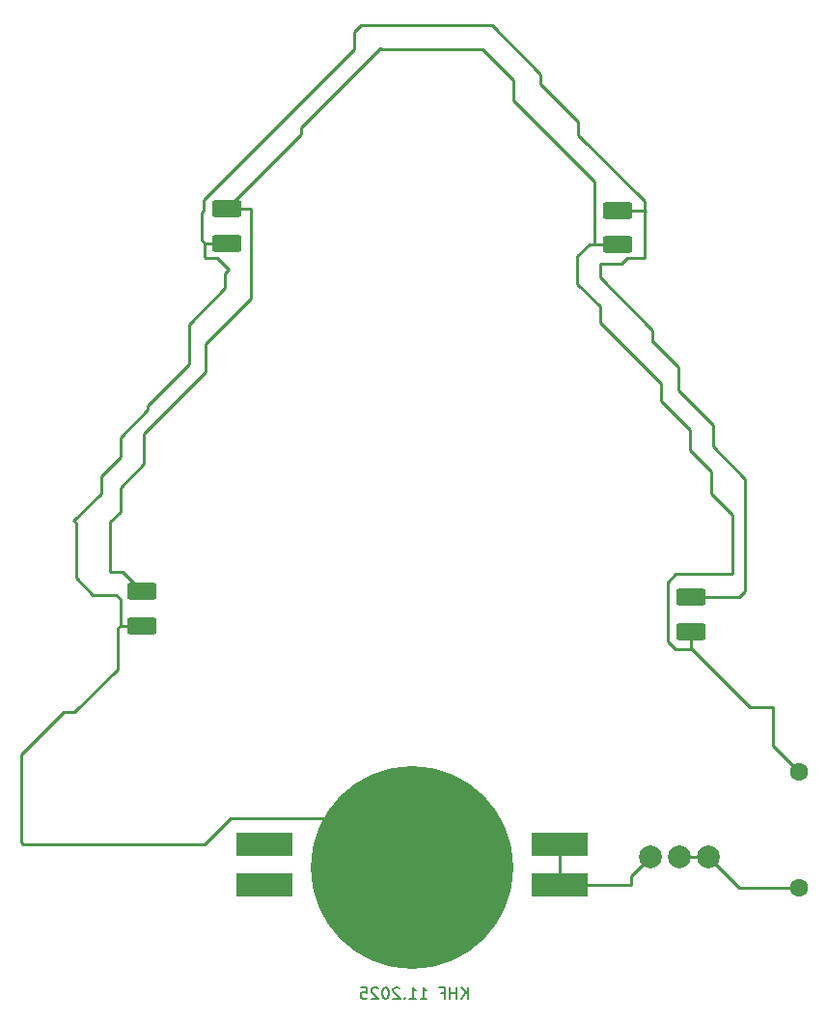
<source format=gbr>
%TF.GenerationSoftware,KiCad,Pcbnew,9.0.6*%
%TF.CreationDate,2025-12-01T09:21:34+01:00*%
%TF.ProjectId,BL_Santa,424c5f53-616e-4746-912e-6b696361645f,rev?*%
%TF.SameCoordinates,Original*%
%TF.FileFunction,Copper,L2,Bot*%
%TF.FilePolarity,Positive*%
%FSLAX46Y46*%
G04 Gerber Fmt 4.6, Leading zero omitted, Abs format (unit mm)*
G04 Created by KiCad (PCBNEW 9.0.6) date 2025-12-01 09:21:34*
%MOMM*%
%LPD*%
G01*
G04 APERTURE LIST*
G04 Aperture macros list*
%AMRoundRect*
0 Rectangle with rounded corners*
0 $1 Rounding radius*
0 $2 $3 $4 $5 $6 $7 $8 $9 X,Y pos of 4 corners*
0 Add a 4 corners polygon primitive as box body*
4,1,4,$2,$3,$4,$5,$6,$7,$8,$9,$2,$3,0*
0 Add four circle primitives for the rounded corners*
1,1,$1+$1,$2,$3*
1,1,$1+$1,$4,$5*
1,1,$1+$1,$6,$7*
1,1,$1+$1,$8,$9*
0 Add four rect primitives between the rounded corners*
20,1,$1+$1,$2,$3,$4,$5,0*
20,1,$1+$1,$4,$5,$6,$7,0*
20,1,$1+$1,$6,$7,$8,$9,0*
20,1,$1+$1,$8,$9,$2,$3,0*%
G04 Aperture macros list end*
%ADD10C,0.150000*%
%TA.AperFunction,NonConductor*%
%ADD11C,0.150000*%
%TD*%
%TA.AperFunction,SMDPad,CuDef*%
%ADD12RoundRect,0.250000X-1.050000X0.500000X-1.050000X-0.500000X1.050000X-0.500000X1.050000X0.500000X0*%
%TD*%
%TA.AperFunction,SMDPad,CuDef*%
%ADD13R,5.000000X2.000000*%
%TD*%
%TA.AperFunction,SMDPad,CuDef*%
%ADD14C,17.780000*%
%TD*%
%TA.AperFunction,ComponentPad*%
%ADD15C,2.000000*%
%TD*%
%TA.AperFunction,ComponentPad*%
%ADD16C,1.600000*%
%TD*%
%TA.AperFunction,Conductor*%
%ADD17C,0.250000*%
%TD*%
G04 APERTURE END LIST*
D10*
D11*
X124013220Y-142399819D02*
X124013220Y-141399819D01*
X123441792Y-142399819D02*
X123870363Y-141828390D01*
X123441792Y-141399819D02*
X124013220Y-141971247D01*
X123013220Y-142399819D02*
X123013220Y-141399819D01*
X123013220Y-141876009D02*
X122441792Y-141876009D01*
X122441792Y-142399819D02*
X122441792Y-141399819D01*
X121632268Y-141876009D02*
X121965601Y-141876009D01*
X121965601Y-142399819D02*
X121965601Y-141399819D01*
X121965601Y-141399819D02*
X121489411Y-141399819D01*
X119822744Y-142399819D02*
X120394172Y-142399819D01*
X120108458Y-142399819D02*
X120108458Y-141399819D01*
X120108458Y-141399819D02*
X120203696Y-141542676D01*
X120203696Y-141542676D02*
X120298934Y-141637914D01*
X120298934Y-141637914D02*
X120394172Y-141685533D01*
X118870363Y-142399819D02*
X119441791Y-142399819D01*
X119156077Y-142399819D02*
X119156077Y-141399819D01*
X119156077Y-141399819D02*
X119251315Y-141542676D01*
X119251315Y-141542676D02*
X119346553Y-141637914D01*
X119346553Y-141637914D02*
X119441791Y-141685533D01*
X118441791Y-142304580D02*
X118394172Y-142352200D01*
X118394172Y-142352200D02*
X118441791Y-142399819D01*
X118441791Y-142399819D02*
X118489410Y-142352200D01*
X118489410Y-142352200D02*
X118441791Y-142304580D01*
X118441791Y-142304580D02*
X118441791Y-142399819D01*
X118013220Y-141495057D02*
X117965601Y-141447438D01*
X117965601Y-141447438D02*
X117870363Y-141399819D01*
X117870363Y-141399819D02*
X117632268Y-141399819D01*
X117632268Y-141399819D02*
X117537030Y-141447438D01*
X117537030Y-141447438D02*
X117489411Y-141495057D01*
X117489411Y-141495057D02*
X117441792Y-141590295D01*
X117441792Y-141590295D02*
X117441792Y-141685533D01*
X117441792Y-141685533D02*
X117489411Y-141828390D01*
X117489411Y-141828390D02*
X118060839Y-142399819D01*
X118060839Y-142399819D02*
X117441792Y-142399819D01*
X116822744Y-141399819D02*
X116727506Y-141399819D01*
X116727506Y-141399819D02*
X116632268Y-141447438D01*
X116632268Y-141447438D02*
X116584649Y-141495057D01*
X116584649Y-141495057D02*
X116537030Y-141590295D01*
X116537030Y-141590295D02*
X116489411Y-141780771D01*
X116489411Y-141780771D02*
X116489411Y-142018866D01*
X116489411Y-142018866D02*
X116537030Y-142209342D01*
X116537030Y-142209342D02*
X116584649Y-142304580D01*
X116584649Y-142304580D02*
X116632268Y-142352200D01*
X116632268Y-142352200D02*
X116727506Y-142399819D01*
X116727506Y-142399819D02*
X116822744Y-142399819D01*
X116822744Y-142399819D02*
X116917982Y-142352200D01*
X116917982Y-142352200D02*
X116965601Y-142304580D01*
X116965601Y-142304580D02*
X117013220Y-142209342D01*
X117013220Y-142209342D02*
X117060839Y-142018866D01*
X117060839Y-142018866D02*
X117060839Y-141780771D01*
X117060839Y-141780771D02*
X117013220Y-141590295D01*
X117013220Y-141590295D02*
X116965601Y-141495057D01*
X116965601Y-141495057D02*
X116917982Y-141447438D01*
X116917982Y-141447438D02*
X116822744Y-141399819D01*
X116108458Y-141495057D02*
X116060839Y-141447438D01*
X116060839Y-141447438D02*
X115965601Y-141399819D01*
X115965601Y-141399819D02*
X115727506Y-141399819D01*
X115727506Y-141399819D02*
X115632268Y-141447438D01*
X115632268Y-141447438D02*
X115584649Y-141495057D01*
X115584649Y-141495057D02*
X115537030Y-141590295D01*
X115537030Y-141590295D02*
X115537030Y-141685533D01*
X115537030Y-141685533D02*
X115584649Y-141828390D01*
X115584649Y-141828390D02*
X116156077Y-142399819D01*
X116156077Y-142399819D02*
X115537030Y-142399819D01*
X114632268Y-141399819D02*
X115108458Y-141399819D01*
X115108458Y-141399819D02*
X115156077Y-141876009D01*
X115156077Y-141876009D02*
X115108458Y-141828390D01*
X115108458Y-141828390D02*
X115013220Y-141780771D01*
X115013220Y-141780771D02*
X114775125Y-141780771D01*
X114775125Y-141780771D02*
X114679887Y-141828390D01*
X114679887Y-141828390D02*
X114632268Y-141876009D01*
X114632268Y-141876009D02*
X114584649Y-141971247D01*
X114584649Y-141971247D02*
X114584649Y-142209342D01*
X114584649Y-142209342D02*
X114632268Y-142304580D01*
X114632268Y-142304580D02*
X114679887Y-142352200D01*
X114679887Y-142352200D02*
X114775125Y-142399819D01*
X114775125Y-142399819D02*
X115013220Y-142399819D01*
X115013220Y-142399819D02*
X115108458Y-142352200D01*
X115108458Y-142352200D02*
X115156077Y-142304580D01*
D12*
%TO.P,D3,1,K*%
%TO.N,Net-(D1-A)*%
X143600000Y-110200000D03*
%TO.P,D3,2,A*%
%TO.N,Net-(D1-K)*%
X143600000Y-107200000D03*
%TD*%
%TO.P,D3,1,K*%
%TO.N,Net-(D1-K)*%
X102870000Y-76170000D03*
%TO.P,D3,2,A*%
%TO.N,Net-(D1-A)*%
X102870000Y-73170000D03*
%TD*%
%TO.P,D3,1,K*%
%TO.N,Net-(D1-K)*%
X95400000Y-109700000D03*
%TO.P,D3,2,A*%
%TO.N,Net-(D1-A)*%
X95400000Y-106700000D03*
%TD*%
D13*
%TO.P,U1,*%
%TO.N,*%
X106136000Y-128828000D03*
X106136000Y-132384000D03*
%TO.P,U1,1*%
%TO.N,Net-(S1-A-Pad1)*%
X132030000Y-128828000D03*
X132030000Y-132384000D03*
D14*
%TO.P,U1,2*%
%TO.N,Net-(D1-K)*%
X119090000Y-130860000D03*
%TD*%
D15*
%TO.P,S1,1,A*%
%TO.N,Net-(S1-A-Pad1)*%
X140000000Y-130000000D03*
%TO.P,S1,2,E*%
%TO.N,Net-(S1-E)*%
X142540000Y-130000000D03*
%TO.P,S1,3,A*%
X145080000Y-130000000D03*
%TD*%
D16*
%TO.P,R2,1*%
%TO.N,Net-(S1-E)*%
X153010000Y-132702000D03*
%TO.P,R2,2*%
%TO.N,Net-(D1-A)*%
X153010000Y-122542000D03*
%TD*%
D12*
%TO.P,D3,1,K*%
%TO.N,Net-(D1-A)*%
X137150000Y-76300000D03*
%TO.P,D3,2,A*%
%TO.N,Net-(D1-K)*%
X137150000Y-73300000D03*
%TD*%
D17*
%TO.N,Net-(D1-A)*%
X93700000Y-105000000D02*
X95400000Y-106700000D01*
X92600000Y-105000000D02*
X93700000Y-105000000D01*
X92600000Y-100600000D02*
X92600000Y-105000000D01*
X93500000Y-99700000D02*
X92600000Y-100600000D01*
X93500000Y-97600000D02*
X93500000Y-99700000D01*
X101000000Y-87500000D02*
X95600000Y-92900000D01*
X105000000Y-81000000D02*
X101000000Y-85000000D01*
X105000000Y-73200000D02*
X105000000Y-81000000D01*
X101000000Y-85000000D02*
X101000000Y-87500000D01*
X95600000Y-92900000D02*
X95600000Y-95500000D01*
X104970000Y-73170000D02*
X105000000Y-73200000D01*
X95600000Y-95500000D02*
X93500000Y-97600000D01*
X102870000Y-73170000D02*
X104970000Y-73170000D01*
%TO.N,Net-(D1-K)*%
X93300000Y-109900000D02*
X93500000Y-109700000D01*
X93300000Y-113500000D02*
X93300000Y-109900000D01*
X93500000Y-109700000D02*
X95400000Y-109700000D01*
X93500000Y-107400000D02*
X93500000Y-109700000D01*
X93100000Y-107000000D02*
X93500000Y-107400000D01*
X89600000Y-105500000D02*
X91100000Y-107000000D01*
X89600000Y-100700000D02*
X89600000Y-105500000D01*
X89400000Y-100500000D02*
X89600000Y-100700000D01*
X91800000Y-98100000D02*
X89400000Y-100500000D01*
X91800000Y-96600000D02*
X91800000Y-98100000D01*
X93500000Y-94900000D02*
X91800000Y-96600000D01*
X93500000Y-93200000D02*
X93500000Y-94900000D01*
X95900000Y-90800000D02*
X93500000Y-93200000D01*
X95900000Y-90400000D02*
X95900000Y-90800000D01*
X99500000Y-86800000D02*
X95900000Y-90400000D01*
X99500000Y-83300000D02*
X99500000Y-86800000D01*
X102700000Y-80100000D02*
X99500000Y-83300000D01*
X102700000Y-78800000D02*
X102700000Y-80100000D01*
X91100000Y-107000000D02*
X93100000Y-107000000D01*
X103000000Y-78500000D02*
X102700000Y-78800000D01*
X102000000Y-77500000D02*
X103000000Y-78500000D01*
X101000000Y-77500000D02*
X102000000Y-77500000D01*
X100870000Y-77370000D02*
X101000000Y-77500000D01*
X100870000Y-76170000D02*
X100870000Y-77370000D01*
%TO.N,Net-(D1-A)*%
X143500000Y-111800000D02*
X143600000Y-111700000D01*
X142200000Y-111800000D02*
X143500000Y-111800000D01*
X141500000Y-111100000D02*
X142200000Y-111800000D01*
X141500000Y-105900000D02*
X141500000Y-111100000D01*
X142200000Y-105200000D02*
X141500000Y-105900000D01*
X147200000Y-105200000D02*
X142200000Y-105200000D01*
X147200000Y-100000000D02*
X147200000Y-105200000D01*
X145320000Y-98120000D02*
X147200000Y-100000000D01*
X145320000Y-96180000D02*
X145320000Y-98120000D01*
X143500000Y-92580000D02*
X143500000Y-94360000D01*
X140940000Y-90020000D02*
X143500000Y-92580000D01*
X140940000Y-88460000D02*
X140940000Y-90020000D01*
X135610000Y-83130000D02*
X140940000Y-88460000D01*
X143500000Y-94360000D02*
X145320000Y-96180000D01*
X135610000Y-81740000D02*
X135610000Y-83130000D01*
X133610000Y-79740000D02*
X135610000Y-81740000D01*
X133610000Y-77340000D02*
X133610000Y-79740000D01*
X134650000Y-76300000D02*
X133610000Y-77340000D01*
X135100000Y-76300000D02*
X134650000Y-76300000D01*
%TO.N,Net-(D1-K)*%
X147800000Y-107200000D02*
X143600000Y-107200000D01*
X148320000Y-106680000D02*
X147800000Y-107200000D01*
X148320000Y-96820000D02*
X148320000Y-106680000D01*
X145500000Y-94000000D02*
X148320000Y-96820000D01*
X145500000Y-92100000D02*
X145500000Y-94000000D01*
X142500000Y-87000000D02*
X142500000Y-89100000D01*
X140300000Y-84800000D02*
X142500000Y-87000000D01*
X140200000Y-84800000D02*
X140300000Y-84800000D01*
X142500000Y-89100000D02*
X145500000Y-92100000D01*
X140200000Y-83800000D02*
X140200000Y-84800000D01*
X135600000Y-79200000D02*
X140200000Y-83800000D01*
X138000000Y-77500000D02*
X137500000Y-78000000D01*
X139500000Y-77500000D02*
X138000000Y-77500000D01*
X139500000Y-73500000D02*
X139500000Y-77500000D01*
X135600000Y-78000000D02*
X135600000Y-79200000D01*
X139600000Y-73400000D02*
X139500000Y-73500000D01*
X137500000Y-78000000D02*
X135600000Y-78000000D01*
X139500000Y-73300000D02*
X139600000Y-73400000D01*
%TO.N,Net-(D1-A)*%
X148720000Y-116820000D02*
X143600000Y-111700000D01*
X150730000Y-120262000D02*
X150730000Y-116820000D01*
X143600000Y-111700000D02*
X143600000Y-110200000D01*
X153010000Y-122542000D02*
X150730000Y-120262000D01*
X150730000Y-116820000D02*
X148720000Y-116820000D01*
%TO.N,Net-(S1-E)*%
X147782000Y-132702000D02*
X153010000Y-132702000D01*
X145080000Y-130000000D02*
X147782000Y-132702000D01*
X142540000Y-130000000D02*
X145080000Y-130000000D01*
%TO.N,Net-(S1-A-Pad1)*%
X138336000Y-131664000D02*
X140000000Y-130000000D01*
X138336000Y-132384000D02*
X138336000Y-131664000D01*
%TO.N,Net-(D1-K)*%
X114830000Y-126600000D02*
X119090000Y-130860000D01*
X103200000Y-126600000D02*
X114830000Y-126600000D01*
X100900000Y-128900000D02*
X103200000Y-126600000D01*
X85000000Y-128900000D02*
X100900000Y-128900000D01*
X84800000Y-128700000D02*
X85000000Y-128900000D01*
X84800000Y-121000000D02*
X84800000Y-128700000D01*
X88500000Y-117300000D02*
X84800000Y-121000000D01*
X89500000Y-117300000D02*
X88500000Y-117300000D01*
X93300000Y-113500000D02*
X89500000Y-117300000D01*
%TO.N,Net-(D1-A)*%
X109400000Y-66640000D02*
X102870000Y-73170000D01*
X116300000Y-59100000D02*
X109400000Y-66000000D01*
X116400000Y-59200000D02*
X116300000Y-59100000D01*
X125300000Y-59200000D02*
X116400000Y-59200000D01*
X128000000Y-63700000D02*
X128000000Y-61900000D01*
X135100000Y-70800000D02*
X128000000Y-63700000D01*
X109400000Y-66000000D02*
X109400000Y-66640000D01*
X135100000Y-76300000D02*
X135100000Y-70800000D01*
X128000000Y-61900000D02*
X125300000Y-59200000D01*
X135100000Y-76300000D02*
X137150000Y-76300000D01*
%TO.N,Net-(D1-K)*%
X100600000Y-75900000D02*
X100600000Y-73500000D01*
X100870000Y-76170000D02*
X100600000Y-75900000D01*
X102870000Y-76170000D02*
X100870000Y-76170000D01*
X100800000Y-73300000D02*
X100600000Y-73500000D01*
X100800000Y-72400000D02*
X100800000Y-73300000D01*
X114000000Y-59200000D02*
X100800000Y-72400000D01*
X114000000Y-57700000D02*
X114000000Y-59200000D01*
X114600000Y-57100000D02*
X114000000Y-57700000D01*
X126100000Y-57100000D02*
X114600000Y-57100000D01*
X130400000Y-61400000D02*
X126100000Y-57100000D01*
X133700000Y-65500000D02*
X130400000Y-62200000D01*
X130400000Y-62200000D02*
X130400000Y-61400000D01*
X133700000Y-66700000D02*
X133700000Y-65500000D01*
X139500000Y-72500000D02*
X133700000Y-66700000D01*
X139500000Y-73300000D02*
X139500000Y-72500000D01*
X139500000Y-73300000D02*
X137150000Y-73300000D01*
%TO.N,Net-(S1-E)*%
X153010000Y-131990000D02*
X153010000Y-132702000D01*
%TO.N,Net-(S1-A-Pad1)*%
X132030000Y-132384000D02*
X138336000Y-132384000D01*
X132030000Y-128828000D02*
X132030000Y-132384000D01*
%TD*%
M02*

</source>
